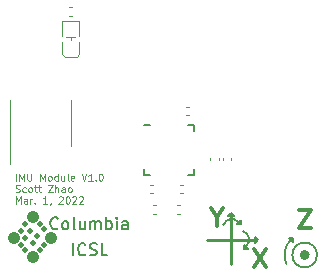
<source format=gbr>
%TF.GenerationSoftware,KiCad,Pcbnew,(6.0.0-0)*%
%TF.CreationDate,2022-03-05T22:15:36-05:00*%
%TF.ProjectId,imu,696d752e-6b69-4636-9164-5f7063625858,rev?*%
%TF.SameCoordinates,Original*%
%TF.FileFunction,Legend,Top*%
%TF.FilePolarity,Positive*%
%FSLAX46Y46*%
G04 Gerber Fmt 4.6, Leading zero omitted, Abs format (unit mm)*
G04 Created by KiCad (PCBNEW (6.0.0-0)) date 2022-03-05 22:15:36*
%MOMM*%
%LPD*%
G01*
G04 APERTURE LIST*
%ADD10C,0.254000*%
%ADD11C,0.152400*%
%ADD12C,0.435410*%
%ADD13C,0.080000*%
%ADD14C,0.304800*%
%ADD15C,0.200000*%
%ADD16C,0.120000*%
%ADD17C,0.150000*%
%ADD18C,0.500000*%
%ADD19C,1.000000*%
G04 APERTURE END LIST*
D10*
X110109000Y-83083400D02*
X114173000Y-83083400D01*
D11*
X114427000Y-83083400D02*
X114173000Y-83337400D01*
X114173000Y-83337400D02*
X114173000Y-82829400D01*
X114173000Y-82829400D02*
X114427000Y-83083400D01*
G36*
X114427000Y-83083400D02*
G01*
X114173000Y-83337400D01*
X114173000Y-82829400D01*
X114427000Y-83083400D01*
G37*
X114427000Y-83083400D02*
X114173000Y-83337400D01*
X114173000Y-82829400D01*
X114427000Y-83083400D01*
X112750601Y-81533999D02*
G75*
G03*
X111480600Y-81788000I-556031J-521849D01*
G01*
D10*
X112141000Y-85115400D02*
X112141000Y-81051400D01*
D11*
X113411001Y-83591401D02*
G75*
G03*
X113157000Y-82321400I-521849J556031D01*
G01*
D12*
X118581705Y-84328000D02*
G75*
G03*
X118581705Y-84328000I-217705J0D01*
G01*
D11*
X117274438Y-82999579D02*
G75*
G03*
X116840001Y-85121268I1089564J-1328421D01*
G01*
X113233200Y-83820000D02*
X113201893Y-83462157D01*
X113201893Y-83462157D02*
X113591043Y-83788693D01*
X113591043Y-83788693D02*
X113233200Y-83820000D01*
G36*
X113591043Y-83788693D02*
G01*
X113233200Y-83820000D01*
X113201893Y-83462157D01*
X113591043Y-83788693D01*
G37*
X113591043Y-83788693D02*
X113233200Y-83820000D01*
X113201893Y-83462157D01*
X113591043Y-83788693D01*
X112979200Y-81711800D02*
X112621357Y-81743107D01*
X112621357Y-81743107D02*
X112947893Y-81353957D01*
X112947893Y-81353957D02*
X112979200Y-81711800D01*
G36*
X112979200Y-81711800D02*
G01*
X112621357Y-81743107D01*
X112947893Y-81353957D01*
X112979200Y-81711800D01*
G37*
X112979200Y-81711800D02*
X112621357Y-81743107D01*
X112947893Y-81353957D01*
X112979200Y-81711800D01*
X112141000Y-80797400D02*
X112395000Y-81051400D01*
X112395000Y-81051400D02*
X111887000Y-81051400D01*
X111887000Y-81051400D02*
X112141000Y-80797400D01*
G36*
X112395000Y-81051400D02*
G01*
X111887000Y-81051400D01*
X112141000Y-80797400D01*
X112395000Y-81051400D01*
G37*
X112395000Y-81051400D02*
X111887000Y-81051400D01*
X112141000Y-80797400D01*
X112395000Y-81051400D01*
X117359549Y-82854751D02*
X117390856Y-83212594D01*
X117390856Y-83212594D02*
X117001706Y-82886058D01*
X117001706Y-82886058D02*
X117359549Y-82854751D01*
G36*
X117390856Y-83212594D02*
G01*
X117001706Y-82886058D01*
X117359549Y-82854751D01*
X117390856Y-83212594D01*
G37*
X117390856Y-83212594D02*
X117001706Y-82886058D01*
X117359549Y-82854751D01*
X117390856Y-83212594D01*
X119411269Y-84328000D02*
G75*
G03*
X119411269Y-84328000I-1047269J0D01*
G01*
D13*
X93920857Y-78045428D02*
X93920857Y-77445428D01*
X94206571Y-78045428D02*
X94206571Y-77445428D01*
X94406571Y-77874000D01*
X94606571Y-77445428D01*
X94606571Y-78045428D01*
X94892285Y-77445428D02*
X94892285Y-77931142D01*
X94920857Y-77988285D01*
X94949428Y-78016857D01*
X95006571Y-78045428D01*
X95120857Y-78045428D01*
X95178000Y-78016857D01*
X95206571Y-77988285D01*
X95235142Y-77931142D01*
X95235142Y-77445428D01*
X95978000Y-78045428D02*
X95978000Y-77445428D01*
X96178000Y-77874000D01*
X96378000Y-77445428D01*
X96378000Y-78045428D01*
X96749428Y-78045428D02*
X96692285Y-78016857D01*
X96663714Y-77988285D01*
X96635142Y-77931142D01*
X96635142Y-77759714D01*
X96663714Y-77702571D01*
X96692285Y-77674000D01*
X96749428Y-77645428D01*
X96835142Y-77645428D01*
X96892285Y-77674000D01*
X96920857Y-77702571D01*
X96949428Y-77759714D01*
X96949428Y-77931142D01*
X96920857Y-77988285D01*
X96892285Y-78016857D01*
X96835142Y-78045428D01*
X96749428Y-78045428D01*
X97463714Y-78045428D02*
X97463714Y-77445428D01*
X97463714Y-78016857D02*
X97406571Y-78045428D01*
X97292285Y-78045428D01*
X97235142Y-78016857D01*
X97206571Y-77988285D01*
X97178000Y-77931142D01*
X97178000Y-77759714D01*
X97206571Y-77702571D01*
X97235142Y-77674000D01*
X97292285Y-77645428D01*
X97406571Y-77645428D01*
X97463714Y-77674000D01*
X98006571Y-77645428D02*
X98006571Y-78045428D01*
X97749428Y-77645428D02*
X97749428Y-77959714D01*
X97778000Y-78016857D01*
X97835142Y-78045428D01*
X97920857Y-78045428D01*
X97978000Y-78016857D01*
X98006571Y-77988285D01*
X98378000Y-78045428D02*
X98320857Y-78016857D01*
X98292285Y-77959714D01*
X98292285Y-77445428D01*
X98835142Y-78016857D02*
X98778000Y-78045428D01*
X98663714Y-78045428D01*
X98606571Y-78016857D01*
X98578000Y-77959714D01*
X98578000Y-77731142D01*
X98606571Y-77674000D01*
X98663714Y-77645428D01*
X98778000Y-77645428D01*
X98835142Y-77674000D01*
X98863714Y-77731142D01*
X98863714Y-77788285D01*
X98578000Y-77845428D01*
X99492285Y-77445428D02*
X99692285Y-78045428D01*
X99892285Y-77445428D01*
X100406571Y-78045428D02*
X100063714Y-78045428D01*
X100235142Y-78045428D02*
X100235142Y-77445428D01*
X100178000Y-77531142D01*
X100120857Y-77588285D01*
X100063714Y-77616857D01*
X100663714Y-77988285D02*
X100692285Y-78016857D01*
X100663714Y-78045428D01*
X100635142Y-78016857D01*
X100663714Y-77988285D01*
X100663714Y-78045428D01*
X101063714Y-77445428D02*
X101120857Y-77445428D01*
X101178000Y-77474000D01*
X101206571Y-77502571D01*
X101235142Y-77559714D01*
X101263714Y-77674000D01*
X101263714Y-77816857D01*
X101235142Y-77931142D01*
X101206571Y-77988285D01*
X101178000Y-78016857D01*
X101120857Y-78045428D01*
X101063714Y-78045428D01*
X101006571Y-78016857D01*
X100978000Y-77988285D01*
X100949428Y-77931142D01*
X100920857Y-77816857D01*
X100920857Y-77674000D01*
X100949428Y-77559714D01*
X100978000Y-77502571D01*
X101006571Y-77474000D01*
X101063714Y-77445428D01*
X93892285Y-78982857D02*
X93978000Y-79011428D01*
X94120857Y-79011428D01*
X94178000Y-78982857D01*
X94206571Y-78954285D01*
X94235142Y-78897142D01*
X94235142Y-78840000D01*
X94206571Y-78782857D01*
X94178000Y-78754285D01*
X94120857Y-78725714D01*
X94006571Y-78697142D01*
X93949428Y-78668571D01*
X93920857Y-78640000D01*
X93892285Y-78582857D01*
X93892285Y-78525714D01*
X93920857Y-78468571D01*
X93949428Y-78440000D01*
X94006571Y-78411428D01*
X94149428Y-78411428D01*
X94235142Y-78440000D01*
X94749428Y-78982857D02*
X94692285Y-79011428D01*
X94578000Y-79011428D01*
X94520857Y-78982857D01*
X94492285Y-78954285D01*
X94463714Y-78897142D01*
X94463714Y-78725714D01*
X94492285Y-78668571D01*
X94520857Y-78640000D01*
X94578000Y-78611428D01*
X94692285Y-78611428D01*
X94749428Y-78640000D01*
X95092285Y-79011428D02*
X95035142Y-78982857D01*
X95006571Y-78954285D01*
X94978000Y-78897142D01*
X94978000Y-78725714D01*
X95006571Y-78668571D01*
X95035142Y-78640000D01*
X95092285Y-78611428D01*
X95178000Y-78611428D01*
X95235142Y-78640000D01*
X95263714Y-78668571D01*
X95292285Y-78725714D01*
X95292285Y-78897142D01*
X95263714Y-78954285D01*
X95235142Y-78982857D01*
X95178000Y-79011428D01*
X95092285Y-79011428D01*
X95463714Y-78611428D02*
X95692285Y-78611428D01*
X95549428Y-78411428D02*
X95549428Y-78925714D01*
X95578000Y-78982857D01*
X95635142Y-79011428D01*
X95692285Y-79011428D01*
X95806571Y-78611428D02*
X96035142Y-78611428D01*
X95892285Y-78411428D02*
X95892285Y-78925714D01*
X95920857Y-78982857D01*
X95978000Y-79011428D01*
X96035142Y-79011428D01*
X96635142Y-78411428D02*
X97035142Y-78411428D01*
X96635142Y-79011428D01*
X97035142Y-79011428D01*
X97263714Y-79011428D02*
X97263714Y-78411428D01*
X97520857Y-79011428D02*
X97520857Y-78697142D01*
X97492285Y-78640000D01*
X97435142Y-78611428D01*
X97349428Y-78611428D01*
X97292285Y-78640000D01*
X97263714Y-78668571D01*
X98063714Y-79011428D02*
X98063714Y-78697142D01*
X98035142Y-78640000D01*
X97978000Y-78611428D01*
X97863714Y-78611428D01*
X97806571Y-78640000D01*
X98063714Y-78982857D02*
X98006571Y-79011428D01*
X97863714Y-79011428D01*
X97806571Y-78982857D01*
X97778000Y-78925714D01*
X97778000Y-78868571D01*
X97806571Y-78811428D01*
X97863714Y-78782857D01*
X98006571Y-78782857D01*
X98063714Y-78754285D01*
X98435142Y-79011428D02*
X98378000Y-78982857D01*
X98349428Y-78954285D01*
X98320857Y-78897142D01*
X98320857Y-78725714D01*
X98349428Y-78668571D01*
X98378000Y-78640000D01*
X98435142Y-78611428D01*
X98520857Y-78611428D01*
X98578000Y-78640000D01*
X98606571Y-78668571D01*
X98635142Y-78725714D01*
X98635142Y-78897142D01*
X98606571Y-78954285D01*
X98578000Y-78982857D01*
X98520857Y-79011428D01*
X98435142Y-79011428D01*
X93920857Y-79977428D02*
X93920857Y-79377428D01*
X94120857Y-79806000D01*
X94320857Y-79377428D01*
X94320857Y-79977428D01*
X94863714Y-79977428D02*
X94863714Y-79663142D01*
X94835142Y-79606000D01*
X94778000Y-79577428D01*
X94663714Y-79577428D01*
X94606571Y-79606000D01*
X94863714Y-79948857D02*
X94806571Y-79977428D01*
X94663714Y-79977428D01*
X94606571Y-79948857D01*
X94578000Y-79891714D01*
X94578000Y-79834571D01*
X94606571Y-79777428D01*
X94663714Y-79748857D01*
X94806571Y-79748857D01*
X94863714Y-79720285D01*
X95149428Y-79977428D02*
X95149428Y-79577428D01*
X95149428Y-79691714D02*
X95178000Y-79634571D01*
X95206571Y-79606000D01*
X95263714Y-79577428D01*
X95320857Y-79577428D01*
X95520857Y-79920285D02*
X95549428Y-79948857D01*
X95520857Y-79977428D01*
X95492285Y-79948857D01*
X95520857Y-79920285D01*
X95520857Y-79977428D01*
X96578000Y-79977428D02*
X96235142Y-79977428D01*
X96406571Y-79977428D02*
X96406571Y-79377428D01*
X96349428Y-79463142D01*
X96292285Y-79520285D01*
X96235142Y-79548857D01*
X96863714Y-79948857D02*
X96863714Y-79977428D01*
X96835142Y-80034571D01*
X96806571Y-80063142D01*
X97549428Y-79434571D02*
X97578000Y-79406000D01*
X97635142Y-79377428D01*
X97778000Y-79377428D01*
X97835142Y-79406000D01*
X97863714Y-79434571D01*
X97892285Y-79491714D01*
X97892285Y-79548857D01*
X97863714Y-79634571D01*
X97520857Y-79977428D01*
X97892285Y-79977428D01*
X98263714Y-79377428D02*
X98320857Y-79377428D01*
X98378000Y-79406000D01*
X98406571Y-79434571D01*
X98435142Y-79491714D01*
X98463714Y-79606000D01*
X98463714Y-79748857D01*
X98435142Y-79863142D01*
X98406571Y-79920285D01*
X98378000Y-79948857D01*
X98320857Y-79977428D01*
X98263714Y-79977428D01*
X98206571Y-79948857D01*
X98178000Y-79920285D01*
X98149428Y-79863142D01*
X98120857Y-79748857D01*
X98120857Y-79606000D01*
X98149428Y-79491714D01*
X98178000Y-79434571D01*
X98206571Y-79406000D01*
X98263714Y-79377428D01*
X98692285Y-79434571D02*
X98720857Y-79406000D01*
X98778000Y-79377428D01*
X98920857Y-79377428D01*
X98978000Y-79406000D01*
X99006571Y-79434571D01*
X99035142Y-79491714D01*
X99035142Y-79548857D01*
X99006571Y-79634571D01*
X98663714Y-79977428D01*
X99035142Y-79977428D01*
X99263714Y-79434571D02*
X99292285Y-79406000D01*
X99349428Y-79377428D01*
X99492285Y-79377428D01*
X99549428Y-79406000D01*
X99578000Y-79434571D01*
X99606571Y-79491714D01*
X99606571Y-79548857D01*
X99578000Y-79634571D01*
X99235142Y-79977428D01*
X99606571Y-79977428D01*
D14*
X117856000Y-80496228D02*
X118872000Y-80496228D01*
X117856000Y-82020228D01*
X118872000Y-82020228D01*
X110947200Y-81116714D02*
X110947200Y-81842428D01*
X110439200Y-80318428D02*
X110947200Y-81116714D01*
X111455200Y-80318428D01*
X114096800Y-83798228D02*
X115112800Y-85322228D01*
X115112800Y-83798228D02*
X114096800Y-85322228D01*
D15*
%TO.C,U2*%
X98748048Y-84356380D02*
X98748048Y-83356380D01*
X99795667Y-84261142D02*
X99748048Y-84308761D01*
X99605191Y-84356380D01*
X99509953Y-84356380D01*
X99367096Y-84308761D01*
X99271858Y-84213523D01*
X99224239Y-84118285D01*
X99176620Y-83927809D01*
X99176620Y-83784952D01*
X99224239Y-83594476D01*
X99271858Y-83499238D01*
X99367096Y-83404000D01*
X99509953Y-83356380D01*
X99605191Y-83356380D01*
X99748048Y-83404000D01*
X99795667Y-83451619D01*
X100176620Y-84308761D02*
X100319477Y-84356380D01*
X100557572Y-84356380D01*
X100652810Y-84308761D01*
X100700429Y-84261142D01*
X100748048Y-84165904D01*
X100748048Y-84070666D01*
X100700429Y-83975428D01*
X100652810Y-83927809D01*
X100557572Y-83880190D01*
X100367096Y-83832571D01*
X100271858Y-83784952D01*
X100224239Y-83737333D01*
X100176620Y-83642095D01*
X100176620Y-83546857D01*
X100224239Y-83451619D01*
X100271858Y-83404000D01*
X100367096Y-83356380D01*
X100605191Y-83356380D01*
X100748048Y-83404000D01*
X101652810Y-84356380D02*
X101176620Y-84356380D01*
X101176620Y-83356380D01*
X97462334Y-82061142D02*
X97414715Y-82108761D01*
X97271858Y-82156380D01*
X97176620Y-82156380D01*
X97033762Y-82108761D01*
X96938524Y-82013523D01*
X96890905Y-81918285D01*
X96843286Y-81727809D01*
X96843286Y-81584952D01*
X96890905Y-81394476D01*
X96938524Y-81299238D01*
X97033762Y-81204000D01*
X97176620Y-81156380D01*
X97271858Y-81156380D01*
X97414715Y-81204000D01*
X97462334Y-81251619D01*
X98033762Y-82156380D02*
X97938524Y-82108761D01*
X97890905Y-82061142D01*
X97843286Y-81965904D01*
X97843286Y-81680190D01*
X97890905Y-81584952D01*
X97938524Y-81537333D01*
X98033762Y-81489714D01*
X98176620Y-81489714D01*
X98271858Y-81537333D01*
X98319477Y-81584952D01*
X98367096Y-81680190D01*
X98367096Y-81965904D01*
X98319477Y-82061142D01*
X98271858Y-82108761D01*
X98176620Y-82156380D01*
X98033762Y-82156380D01*
X98938524Y-82156380D02*
X98843286Y-82108761D01*
X98795667Y-82013523D01*
X98795667Y-81156380D01*
X99748048Y-81489714D02*
X99748048Y-82156380D01*
X99319477Y-81489714D02*
X99319477Y-82013523D01*
X99367096Y-82108761D01*
X99462334Y-82156380D01*
X99605191Y-82156380D01*
X99700429Y-82108761D01*
X99748048Y-82061142D01*
X100224239Y-82156380D02*
X100224239Y-81489714D01*
X100224239Y-81584952D02*
X100271858Y-81537333D01*
X100367096Y-81489714D01*
X100509953Y-81489714D01*
X100605191Y-81537333D01*
X100652810Y-81632571D01*
X100652810Y-82156380D01*
X100652810Y-81632571D02*
X100700429Y-81537333D01*
X100795667Y-81489714D01*
X100938524Y-81489714D01*
X101033762Y-81537333D01*
X101081381Y-81632571D01*
X101081381Y-82156380D01*
X101557572Y-82156380D02*
X101557572Y-81156380D01*
X101557572Y-81537333D02*
X101652810Y-81489714D01*
X101843286Y-81489714D01*
X101938524Y-81537333D01*
X101986143Y-81584952D01*
X102033762Y-81680190D01*
X102033762Y-81965904D01*
X101986143Y-82061142D01*
X101938524Y-82108761D01*
X101843286Y-82156380D01*
X101652810Y-82156380D01*
X101557572Y-82108761D01*
X102462334Y-82156380D02*
X102462334Y-81489714D01*
X102462334Y-81156380D02*
X102414715Y-81204000D01*
X102462334Y-81251619D01*
X102509953Y-81204000D01*
X102462334Y-81156380D01*
X102462334Y-81251619D01*
X103367096Y-82156380D02*
X103367096Y-81632571D01*
X103319477Y-81537333D01*
X103224239Y-81489714D01*
X103033762Y-81489714D01*
X102938524Y-81537333D01*
X103367096Y-82108761D02*
X103271858Y-82156380D01*
X103033762Y-82156380D01*
X102938524Y-82108761D01*
X102890905Y-82013523D01*
X102890905Y-81918285D01*
X102938524Y-81823047D01*
X103033762Y-81775428D01*
X103271858Y-81775428D01*
X103367096Y-81727809D01*
D16*
%TO.C,C5*%
X108350164Y-72496000D02*
X108565836Y-72496000D01*
X108350164Y-71776000D02*
X108565836Y-71776000D01*
%TO.C,C1*%
X105517836Y-78380000D02*
X105302164Y-78380000D01*
X105517836Y-79100000D02*
X105302164Y-79100000D01*
%TO.C,R3*%
X98705641Y-64134000D02*
X98398359Y-64134000D01*
X98705641Y-63374000D02*
X98398359Y-63374000D01*
%TO.C,C2*%
X111448000Y-76307836D02*
X111448000Y-76092164D01*
X112168000Y-76307836D02*
X112168000Y-76092164D01*
D17*
%TO.C,U1*%
X109034000Y-73288000D02*
X109034000Y-73813000D01*
X104734000Y-77588000D02*
X105259000Y-77588000D01*
X109034000Y-77588000D02*
X109034000Y-77063000D01*
X109034000Y-73288000D02*
X108509000Y-73288000D01*
X104734000Y-77588000D02*
X104734000Y-77063000D01*
X109034000Y-77588000D02*
X108509000Y-77588000D01*
X104734000Y-73288000D02*
X105259000Y-73288000D01*
D16*
%TO.C,U3*%
X93452000Y-73152000D02*
X93452000Y-76602000D01*
X98572000Y-73152000D02*
X98572000Y-71202000D01*
X93452000Y-73152000D02*
X93452000Y-71202000D01*
X98572000Y-73152000D02*
X98572000Y-75102000D01*
D18*
%TO.C,U2*%
X95929001Y-83904000D02*
G75*
G03*
X95929001Y-83904000I0J0D01*
G01*
X94729001Y-83904000D02*
G75*
G03*
X94729001Y-83904000I0J0D01*
G01*
X94329001Y-83504000D02*
G75*
G03*
X94329001Y-83504000I0J0D01*
G01*
X96329001Y-83504000D02*
G75*
G03*
X96329001Y-83504000I0J0D01*
G01*
X95129001Y-82304000D02*
G75*
G03*
X95129001Y-82304000I0J0D01*
G01*
X95929001Y-81704000D02*
G75*
G03*
X95929001Y-81704000I0J0D01*
G01*
X94329001Y-82304000D02*
G75*
G03*
X94329001Y-82304000I0J0D01*
G01*
D19*
X93729001Y-82904000D02*
G75*
G03*
X93729001Y-82904000I0J0D01*
G01*
D18*
X96329001Y-82104000D02*
G75*
G03*
X96329001Y-82104000I0J0D01*
G01*
D19*
X96929001Y-82904000D02*
G75*
G03*
X96929001Y-82904000I0J0D01*
G01*
D18*
X94729001Y-81704000D02*
G75*
G03*
X94729001Y-81704000I0J0D01*
G01*
X95329001Y-83304000D02*
G75*
G03*
X95329001Y-83304000I0J0D01*
G01*
X94729001Y-82904000D02*
G75*
G03*
X94729001Y-82904000I0J0D01*
G01*
D19*
X95329001Y-84504000D02*
G75*
G03*
X95329001Y-84504000I0J0D01*
G01*
D18*
X95729001Y-82704000D02*
G75*
G03*
X95729001Y-82704000I0J0D01*
G01*
D19*
X95329001Y-81104000D02*
G75*
G03*
X95329001Y-81104000I0J0D01*
G01*
D16*
%TO.C,D1*%
X99287000Y-67310000D02*
X99060000Y-67564000D01*
X98552000Y-65913000D02*
X98552000Y-66167000D01*
X98171000Y-65913000D02*
X98933000Y-65913000D01*
X99287000Y-65786000D02*
X99287000Y-64555000D01*
X97817000Y-66294000D02*
X97817000Y-67310000D01*
X97817000Y-64555000D02*
X97817000Y-65786000D01*
X98044000Y-67564000D02*
X97817000Y-67310000D01*
X99060000Y-67564000D02*
X98044000Y-67564000D01*
X99287000Y-67310000D02*
X99287000Y-66294000D01*
X99287000Y-64555000D02*
X97817000Y-64555000D01*
%TO.C,C4*%
X107842164Y-78380000D02*
X108057836Y-78380000D01*
X107842164Y-79100000D02*
X108057836Y-79100000D01*
%TO.C,C3*%
X111104000Y-76307836D02*
X111104000Y-76092164D01*
X110384000Y-76307836D02*
X110384000Y-76092164D01*
%TO.C,R2*%
X105817641Y-80138000D02*
X105510359Y-80138000D01*
X105817641Y-80898000D02*
X105510359Y-80898000D01*
%TO.C,R1*%
X107849641Y-80898000D02*
X107542359Y-80898000D01*
X107849641Y-80138000D02*
X107542359Y-80138000D01*
%TD*%
M02*

</source>
